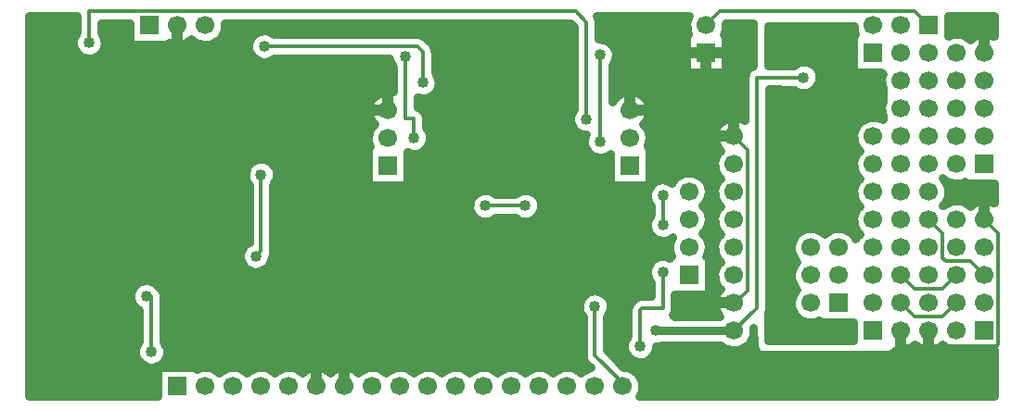
<source format=gbr>
G04 DipTrace 2.4.0.2*
%INBottom.gbr*%
%MOIN*%
%ADD13C,0.013*%
%ADD14C,0.03*%
%ADD17C,0.04*%
%ADD26R,0.0669X0.0669*%
%ADD27C,0.0669*%
%FSLAX44Y44*%
G04*
G70*
G90*
G75*
G01*
%LNBottom*%
%LPD*%
X12941Y12566D2*
D13*
Y9816D1*
X12754Y9628D1*
X32444Y16066D2*
X30756D1*
Y7756D1*
X29940Y6940D1*
D14*
X27131D1*
X8816Y8190D2*
D13*
X9004D1*
Y6190D1*
X24630Y14566D2*
Y18066D1*
X24255Y18442D1*
X6753D1*
Y17316D1*
X27380Y11816D2*
Y10753D1*
X26568Y6378D2*
Y7690D1*
X26630Y7753D1*
X27380D1*
Y9066D1*
X18755Y15879D2*
Y17004D1*
X18567Y17191D1*
X13066D1*
X36940Y10940D2*
X37440Y10440D1*
Y9565D1*
X37565Y9440D1*
X38440D1*
X38940Y8940D1*
X25940Y4940D2*
X26068D1*
X24943Y6065D1*
Y7815D1*
X29940Y7940D2*
X30002D1*
X30440Y8378D1*
Y13440D1*
X29940Y13940D1*
X29444D1*
X28943Y14441D1*
Y14879D1*
Y16937D1*
X28940Y16940D1*
X26192Y14879D2*
X28943D1*
X8629Y16941D2*
X9941D1*
Y17939D1*
X9940Y17940D1*
X11316Y16941D2*
X9941D1*
X7950Y9307D2*
X8920D1*
X9941Y10328D1*
X10804Y11191D1*
X12191D1*
X9941Y16941D2*
Y15940D1*
Y15754D1*
Y10328D1*
X17504Y14878D2*
Y15629D1*
X17379Y15754D1*
X16440D1*
X9941D1*
X10566Y9691D2*
X11566D1*
X11941Y10066D1*
Y10941D1*
X12191Y11191D1*
X14940Y4940D2*
Y5504D1*
X14692Y5753D1*
X12691D1*
Y6690D1*
X38940Y10940D2*
X38945D1*
X39444Y10441D1*
Y6440D1*
X39382Y6378D1*
X37006D1*
X36944Y6440D1*
Y6936D1*
X36940Y6940D1*
X35940D2*
Y6444D1*
X36006Y6378D1*
X37006D1*
X12691Y6690D2*
X9941D1*
Y10328D1*
X15940Y4940D2*
Y5938D1*
X16442Y6440D1*
Y8942D1*
X16940Y9440D1*
X21505Y10253D2*
X20380D1*
X9940Y15940D2*
X9941D1*
X16440D2*
Y15754D1*
X35940Y8940D2*
X36440Y8440D1*
X37440D1*
X37940Y8940D1*
X21005Y11441D2*
X22442D1*
X35940Y7940D2*
X36440Y7440D1*
X37440D1*
X37940Y7940D1*
X18130Y16816D2*
Y14588D1*
X18442D1*
Y13879D1*
X25130Y16879D2*
Y13754D1*
X36940Y17940D2*
X36440Y18440D1*
X29440D1*
X28940Y17940D1*
D17*
X12941Y12566D3*
X12754Y9628D3*
X32444Y16066D3*
X27131Y6940D3*
X8816Y8190D3*
X9004Y6190D3*
X24630Y14566D3*
X6753Y17316D3*
X27380Y11816D3*
Y10753D3*
X26568Y6378D3*
X27380Y9066D3*
Y10753D3*
X18755Y15879D3*
X13066Y17191D3*
X24943Y7815D3*
X8629Y16941D3*
X11316D3*
X7950Y9307D3*
X12191Y11191D3*
X10566Y9691D3*
X12691Y6690D3*
X16940Y9440D3*
X21505Y10253D3*
X20380D3*
X21005Y11441D3*
X22442D3*
X18130Y16816D3*
X18442Y13879D3*
X25130Y16879D3*
Y13754D3*
X9940Y15940D3*
Y15440D3*
Y14940D3*
Y14440D3*
Y13940D3*
Y13440D3*
Y12940D3*
Y12440D3*
Y11940D3*
Y11440D3*
Y10940D3*
Y10440D3*
Y9940D3*
Y9440D3*
Y8940D3*
X16440Y15940D3*
Y15440D3*
Y14940D3*
Y14440D3*
Y13940D3*
Y13440D3*
Y12940D3*
Y12440D3*
Y11940D3*
Y11440D3*
Y10940D3*
Y10440D3*
Y9940D3*
Y9440D3*
Y8940D3*
X32256Y14504D3*
Y14004D3*
Y13504D3*
Y13004D3*
X32819Y14504D3*
Y14004D3*
Y13504D3*
Y13004D3*
X32256Y12503D3*
X32819D3*
X31381Y13754D3*
Y13254D3*
X4620Y17991D2*
D14*
X6297D1*
X7210D2*
X8212D1*
X11664D2*
X24071D1*
X25086D2*
X28217D1*
X29663D2*
X30616D1*
X37668D2*
X39261D1*
X4620Y17693D2*
X6297D1*
X7210D2*
X8212D1*
X11623D2*
X12781D1*
X13349D2*
X24173D1*
X25086D2*
X28258D1*
X29622D2*
X30616D1*
X37668D2*
X39261D1*
X4620Y17394D2*
X6166D1*
X7341D2*
X8212D1*
X11401D2*
X12514D1*
X18996D2*
X24173D1*
X25386D2*
X28213D1*
X29667D2*
X30616D1*
X4620Y17095D2*
X6207D1*
X7300D2*
X12481D1*
X19201D2*
X24173D1*
X25677D2*
X28213D1*
X29667D2*
X30616D1*
X4620Y16797D2*
X6510D1*
X6997D2*
X12637D1*
X19209D2*
X24173D1*
X25718D2*
X28213D1*
X29667D2*
X30616D1*
X4620Y16498D2*
X17636D1*
X19209D2*
X24173D1*
X25587D2*
X28213D1*
X29667D2*
X30616D1*
X4620Y16199D2*
X17673D1*
X19246D2*
X24173D1*
X25587D2*
X30321D1*
X4620Y15900D2*
X17673D1*
X19345D2*
X24173D1*
X25587D2*
X30300D1*
X4620Y15602D2*
X17673D1*
X19275D2*
X24173D1*
X25587D2*
X30300D1*
X4620Y15303D2*
X16923D1*
X18586D2*
X24173D1*
X26776D2*
X30300D1*
X4620Y15004D2*
X16791D1*
X18586D2*
X24173D1*
X26907D2*
X30300D1*
X4620Y14706D2*
X16800D1*
X18881D2*
X24054D1*
X26899D2*
X30300D1*
X4620Y14407D2*
X16964D1*
X18898D2*
X24063D1*
X26735D2*
X29394D1*
X4620Y14108D2*
X16816D1*
X18984D2*
X24276D1*
X26878D2*
X29234D1*
X4620Y13810D2*
X16783D1*
X19029D2*
X24542D1*
X26915D2*
X29226D1*
X4620Y13511D2*
X16779D1*
X18898D2*
X24592D1*
X26919D2*
X29361D1*
X4620Y13212D2*
X16779D1*
X18229D2*
X24948D1*
X25312D2*
X25465D1*
X26919D2*
X29271D1*
X4620Y12914D2*
X12469D1*
X13415D2*
X16779D1*
X18229D2*
X25465D1*
X26919D2*
X29213D1*
X4620Y12615D2*
X12350D1*
X13530D2*
X16779D1*
X18229D2*
X25465D1*
X26919D2*
X28114D1*
X28523D2*
X29295D1*
X4620Y12316D2*
X12407D1*
X13476D2*
X16779D1*
X18229D2*
X25465D1*
X26919D2*
X27093D1*
X28933D2*
X29324D1*
X4620Y12018D2*
X12485D1*
X13398D2*
X26827D1*
X29040D2*
X29220D1*
X37664D2*
X39261D1*
X4620Y11719D2*
X12485D1*
X13398D2*
X20486D1*
X22962D2*
X26798D1*
X29007D2*
X29250D1*
X37631D2*
X39261D1*
X4620Y11420D2*
X12485D1*
X13398D2*
X20413D1*
X23036D2*
X26925D1*
X28855D2*
X29406D1*
X4620Y11121D2*
X12485D1*
X13398D2*
X20511D1*
X22933D2*
X26925D1*
X29019D2*
X29238D1*
X4620Y10823D2*
X12485D1*
X13398D2*
X26794D1*
X29036D2*
X29220D1*
X4620Y10524D2*
X12485D1*
X13398D2*
X26839D1*
X28908D2*
X29353D1*
X4620Y10225D2*
X12485D1*
X13398D2*
X27159D1*
X28982D2*
X29275D1*
X4620Y9927D2*
X12247D1*
X13398D2*
X27594D1*
X29044D2*
X29213D1*
X4620Y9628D2*
X12161D1*
X13353D2*
X27594D1*
X29044D2*
X29287D1*
X4620Y9329D2*
X12247D1*
X13259D2*
X26855D1*
X29044D2*
X29332D1*
X4620Y9031D2*
X26790D1*
X29044D2*
X29220D1*
X4620Y8732D2*
X8634D1*
X8994D2*
X26896D1*
X29044D2*
X29246D1*
X4620Y8433D2*
X8278D1*
X9383D2*
X26925D1*
X29044D2*
X29419D1*
X4620Y8135D2*
X8228D1*
X9461D2*
X24452D1*
X25435D2*
X26408D1*
X27838D2*
X29242D1*
X4620Y7836D2*
X8351D1*
X9461D2*
X24350D1*
X25533D2*
X26138D1*
X27838D2*
X29222D1*
X4620Y7537D2*
X8548D1*
X9461D2*
X24423D1*
X25459D2*
X26113D1*
X27781D2*
X29341D1*
X4620Y7239D2*
X8548D1*
X9461D2*
X24485D1*
X25398D2*
X26113D1*
X4620Y6940D2*
X8548D1*
X9461D2*
X24485D1*
X25398D2*
X26113D1*
X4620Y6641D2*
X8548D1*
X9461D2*
X24485D1*
X25398D2*
X26043D1*
X4620Y6342D2*
X8433D1*
X9576D2*
X24485D1*
X25398D2*
X25978D1*
X27157D2*
X29554D1*
X30327D2*
X30628D1*
X36327D2*
X36550D1*
X37328D2*
X37551D1*
X4620Y6044D2*
X8429D1*
X9576D2*
X24485D1*
X25599D2*
X26084D1*
X27051D2*
X39261D1*
X4620Y5745D2*
X8630D1*
X9375D2*
X24628D1*
X25898D2*
X39261D1*
X4620Y5446D2*
X9213D1*
X26448D2*
X39261D1*
X4620Y5148D2*
X9213D1*
X26636D2*
X39261D1*
X4620Y4849D2*
X9213D1*
X26661D2*
X39261D1*
X37637Y18288D2*
Y17566D1*
X37808Y17624D1*
X37938Y17637D1*
X38068Y17625D1*
X38194Y17589D1*
X38311Y17529D1*
X38440Y17422D1*
X38501Y17481D1*
X38610Y17554D1*
X38731Y17605D1*
X38859Y17632D1*
X38990Y17635D1*
X39120Y17613D1*
X39243Y17568D1*
X39290Y17543D1*
Y18289D1*
X37640Y18290D1*
X37624Y11810D2*
X37588Y11684D1*
X37528Y11567D1*
X37420Y11439D1*
X37462Y11447D1*
X37565Y11527D1*
X37682Y11587D1*
X37808Y11624D1*
X37938Y11637D1*
X38068Y11625D1*
X38194Y11589D1*
X38311Y11529D1*
X38440Y11422D1*
X38501Y11481D1*
X38610Y11554D1*
X38731Y11605D1*
X38859Y11632D1*
X38990Y11635D1*
X39120Y11613D1*
X39243Y11568D1*
X39290Y11543D1*
Y12244D1*
X38243Y12243D1*
Y12313D1*
X38114Y12265D1*
X37984Y12245D1*
X37853Y12249D1*
X37725Y12277D1*
X37605Y12329D1*
X37497Y12403D1*
X37442Y12458D1*
X37569Y12239D1*
X37614Y12116D1*
X37637Y11940D1*
X37624Y11810D1*
X37439Y6455D2*
X37328Y6362D1*
X37213Y6299D1*
X37088Y6259D1*
X36958Y6244D1*
X36827Y6253D1*
X36701Y6286D1*
X36582Y6342D1*
X36477Y6420D1*
X36439Y6455D1*
X36350Y6377D1*
X36237Y6310D1*
X36114Y6265D1*
X35984Y6245D1*
X35853Y6249D1*
X35761Y6267D1*
X35742Y6235D1*
X35649Y6142D1*
X35530Y6089D1*
X35313Y6078D1*
X31006D1*
X30877Y6102D1*
X30766Y6169D1*
X30685Y6272D1*
X30647Y6401D1*
X30644Y7043D1*
X30624Y6810D1*
X30588Y6684D1*
X30528Y6567D1*
X30448Y6463D1*
X30350Y6377D1*
X30237Y6310D1*
X30114Y6265D1*
X29984Y6245D1*
X29853Y6249D1*
X29725Y6277D1*
X29605Y6329D1*
X29471Y6429D1*
X27351Y6423D1*
X27226Y6386D1*
X27130Y6378D1*
X27115Y6248D1*
X27070Y6125D1*
X26998Y6015D1*
X26902Y5926D1*
X26788Y5861D1*
X26663Y5824D1*
X26532Y5817D1*
X26403Y5840D1*
X26283Y5893D1*
X26179Y5972D1*
X26096Y6073D1*
X26038Y6191D1*
X26009Y6318D1*
X26010Y6449D1*
X26042Y6576D1*
X26102Y6693D1*
X26142Y6739D1*
X26141Y7690D1*
X26161Y7820D1*
X26236Y7959D1*
X26373Y8093D1*
X26475Y8151D1*
X26601Y8179D1*
X26954Y8180D1*
Y8700D1*
X26908Y8761D1*
X26851Y8878D1*
X26822Y9006D1*
X26823Y9137D1*
X26855Y9264D1*
X26915Y9380D1*
X27000Y9480D1*
X27107Y9556D1*
X27228Y9606D1*
X27357Y9627D1*
X27487Y9617D1*
X27623Y9571D1*
X27621Y9637D1*
X27691D1*
X27656Y9724D1*
X27627Y9852D1*
X27623Y9983D1*
X27643Y10112D1*
X27687Y10236D1*
X27735Y10317D1*
X27601Y10236D1*
X27475Y10199D1*
X27345Y10192D1*
X27216Y10216D1*
X27096Y10269D1*
X26992Y10348D1*
X26908Y10449D1*
X26851Y10566D1*
X26822Y10694D1*
X26823Y10825D1*
X26855Y10952D1*
X26915Y11068D1*
X26955Y11115D1*
X26954Y11454D1*
X26908Y11511D1*
X26851Y11629D1*
X26822Y11756D1*
X26823Y11887D1*
X26855Y12014D1*
X26915Y12131D1*
X27000Y12230D1*
X27107Y12307D1*
X27228Y12357D1*
X27357Y12377D1*
X27487Y12368D1*
X27612Y12328D1*
X27707Y12271D1*
X27754Y12349D1*
X27840Y12447D1*
X27943Y12528D1*
X28060Y12588D1*
X28186Y12624D1*
X28316Y12637D1*
X28447Y12625D1*
X28573Y12589D1*
X28689Y12530D1*
X28793Y12450D1*
X28880Y12352D1*
X28947Y12239D1*
X28992Y12116D1*
X29015Y11941D1*
X29002Y11810D1*
X28966Y11684D1*
X28906Y11567D1*
X28799Y11439D1*
X28880Y11352D1*
X28947Y11239D1*
X28992Y11116D1*
X29015Y10941D1*
X29002Y10810D1*
X28966Y10684D1*
X28906Y10567D1*
X28799Y10439D1*
X28880Y10352D1*
X28947Y10239D1*
X28992Y10116D1*
X29015Y9941D1*
X29002Y9810D1*
X28966Y9684D1*
X28942Y9637D1*
X29015D1*
Y8244D1*
X27805D1*
X27807Y7753D1*
X27787Y7624D1*
X27735Y7516D1*
X27787Y7452D1*
X29439Y7456D1*
X29357Y7558D1*
X29296Y7674D1*
X29258Y7800D1*
X29243Y7930D1*
X29254Y8061D1*
X29289Y8187D1*
X29346Y8305D1*
X29425Y8409D1*
X29455Y8440D1*
X29404Y8495D1*
X29330Y8603D1*
X29278Y8724D1*
X29249Y8851D1*
X29245Y8982D1*
X29265Y9112D1*
X29309Y9235D1*
X29375Y9348D1*
X29454Y9437D1*
X29330Y9603D1*
X29278Y9724D1*
X29249Y9851D1*
X29245Y9982D1*
X29265Y10112D1*
X29309Y10235D1*
X29375Y10348D1*
X29454Y10437D1*
X29330Y10603D1*
X29278Y10724D1*
X29249Y10851D1*
X29245Y10982D1*
X29265Y11112D1*
X29309Y11235D1*
X29375Y11348D1*
X29454Y11437D1*
X29330Y11603D1*
X29278Y11724D1*
X29249Y11851D1*
X29245Y11982D1*
X29265Y12112D1*
X29309Y12235D1*
X29375Y12348D1*
X29454Y12437D1*
X29330Y12603D1*
X29278Y12724D1*
X29249Y12851D1*
X29245Y12982D1*
X29265Y13112D1*
X29309Y13235D1*
X29375Y13348D1*
X29454Y13437D1*
X29357Y13558D1*
X29296Y13674D1*
X29258Y13800D1*
X29243Y13930D1*
X29254Y14061D1*
X29289Y14187D1*
X29346Y14305D1*
X29425Y14409D1*
X29522Y14497D1*
X29634Y14566D1*
X29756Y14612D1*
X29886Y14635D1*
X30017Y14632D1*
X30145Y14606D1*
X30266Y14556D1*
X30329Y14518D1*
Y16066D1*
X30349Y16195D1*
X30407Y16313D1*
X30498Y16407D1*
X30603Y16464D1*
X30644Y16545D1*
Y18016D1*
X29636Y18013D1*
X29624Y17810D1*
X29588Y17684D1*
X29564Y17636D1*
X29637Y17637D1*
Y16243D1*
X28243D1*
Y17637D1*
X28313D1*
X28278Y17724D1*
X28249Y17851D1*
X28245Y17982D1*
X28265Y18112D1*
X28309Y18235D1*
X28340Y18288D1*
X24992Y18290D1*
X25051Y18139D1*
X25057Y17935D1*
Y17439D1*
X25237Y17431D1*
X25362Y17391D1*
X25474Y17323D1*
X25568Y17232D1*
X25637Y17121D1*
X25680Y16997D1*
X25692Y16879D1*
X25677Y16749D1*
X25632Y16626D1*
X25557Y16514D1*
X25561Y15174D1*
X25628Y15287D1*
X25714Y15385D1*
X25817Y15466D1*
X25934Y15526D1*
X26060Y15562D1*
X26190Y15575D1*
X26321Y15563D1*
X26447Y15527D1*
X26564Y15468D1*
X26667Y15388D1*
X26754Y15290D1*
X26822Y15177D1*
X26866Y15054D1*
X26887Y14925D1*
X26884Y14800D1*
X26857Y14672D1*
X26807Y14551D1*
X26735Y14441D1*
X26677Y14378D1*
X26754Y14290D1*
X26822Y14177D1*
X26866Y14054D1*
X26889Y13879D1*
X26877Y13748D1*
X26840Y13622D1*
X26816Y13575D1*
X26889D1*
Y12182D1*
X25496D1*
Y13326D1*
X25351Y13237D1*
X25225Y13200D1*
X25094Y13193D1*
X24966Y13216D1*
X24846Y13269D1*
X24741Y13348D1*
X24658Y13449D1*
X24600Y13566D1*
X24571Y13694D1*
X24573Y13825D1*
X24604Y13952D1*
X24633Y14007D1*
X24466Y14029D1*
X24346Y14081D1*
X24241Y14160D1*
X24158Y14261D1*
X24100Y14379D1*
X24071Y14507D1*
X24073Y14638D1*
X24104Y14765D1*
X24165Y14881D1*
X24205Y14927D1*
X24203Y17892D1*
X24076Y18017D1*
X21499Y18015D1*
X11636D1*
X11624Y17810D1*
X11588Y17684D1*
X11528Y17567D1*
X11448Y17463D1*
X11350Y17377D1*
X11237Y17310D1*
X11114Y17265D1*
X10984Y17245D1*
X10853Y17249D1*
X10725Y17277D1*
X10605Y17329D1*
X10497Y17403D1*
X10442Y17458D1*
X10350Y17377D1*
X10237Y17310D1*
X10114Y17265D1*
X9984Y17245D1*
X9853Y17249D1*
X9725Y17277D1*
X9637Y17313D1*
Y17243D1*
X8243D1*
Y18018D1*
X7326Y18015D1*
X7182D1*
X7180Y17683D1*
X7260Y17559D1*
X7303Y17435D1*
X7315Y17316D1*
X7300Y17186D1*
X7255Y17063D1*
X7183Y16954D1*
X7087Y16865D1*
X6974Y16799D1*
X6848Y16762D1*
X6717Y16756D1*
X6589Y16779D1*
X6469Y16832D1*
X6364Y16911D1*
X6281Y17012D1*
X6223Y17129D1*
X6194Y17257D1*
X6196Y17388D1*
X6228Y17515D1*
X6288Y17631D1*
X6328Y17678D1*
X6326Y18288D1*
X4593Y18290D1*
X4590Y17128D1*
Y4591D1*
X9242Y4590D1*
X9243Y5637D1*
X10637D1*
Y5567D1*
X10808Y5624D1*
X10938Y5637D1*
X11068Y5625D1*
X11194Y5589D1*
X11311Y5529D1*
X11440Y5422D1*
X11565Y5527D1*
X11682Y5587D1*
X11808Y5624D1*
X11938Y5637D1*
X12068Y5625D1*
X12194Y5589D1*
X12311Y5529D1*
X12440Y5422D1*
X12565Y5527D1*
X12682Y5587D1*
X12808Y5624D1*
X12938Y5637D1*
X13068Y5625D1*
X13194Y5589D1*
X13311Y5529D1*
X13440Y5422D1*
X13565Y5527D1*
X13682Y5587D1*
X13808Y5624D1*
X13938Y5637D1*
X14068Y5625D1*
X14194Y5589D1*
X14311Y5529D1*
X14440Y5422D1*
X14501Y5481D1*
X14610Y5554D1*
X14731Y5605D1*
X14859Y5632D1*
X14990Y5635D1*
X15120Y5613D1*
X15243Y5568D1*
X15355Y5500D1*
X15440Y5425D1*
X15543Y5513D1*
X15658Y5577D1*
X15782Y5618D1*
X15912Y5636D1*
X16043Y5629D1*
X16170Y5598D1*
X16289Y5543D1*
X16396Y5467D1*
X16440Y5425D1*
X16565Y5527D1*
X16682Y5587D1*
X16808Y5624D1*
X16938Y5637D1*
X17068Y5625D1*
X17194Y5589D1*
X17311Y5529D1*
X17440Y5422D1*
X17565Y5527D1*
X17682Y5587D1*
X17808Y5624D1*
X17938Y5637D1*
X18068Y5625D1*
X18194Y5589D1*
X18311Y5529D1*
X18440Y5422D1*
X18565Y5527D1*
X18682Y5587D1*
X18808Y5624D1*
X18938Y5637D1*
X19068Y5625D1*
X19194Y5589D1*
X19311Y5529D1*
X19440Y5422D1*
X19565Y5527D1*
X19682Y5587D1*
X19808Y5624D1*
X19938Y5637D1*
X20068Y5625D1*
X20194Y5589D1*
X20311Y5529D1*
X20440Y5422D1*
X20565Y5527D1*
X20682Y5587D1*
X20808Y5624D1*
X20938Y5637D1*
X21068Y5625D1*
X21194Y5589D1*
X21311Y5529D1*
X21440Y5422D1*
X21565Y5527D1*
X21682Y5587D1*
X21808Y5624D1*
X21938Y5637D1*
X22068Y5625D1*
X22194Y5589D1*
X22311Y5529D1*
X22440Y5422D1*
X22565Y5527D1*
X22682Y5587D1*
X22808Y5624D1*
X22938Y5637D1*
X23068Y5625D1*
X23194Y5589D1*
X23311Y5529D1*
X23440Y5422D1*
X23565Y5527D1*
X23682Y5587D1*
X23808Y5624D1*
X23938Y5637D1*
X24068Y5625D1*
X24194Y5589D1*
X24311Y5529D1*
X24440Y5422D1*
X24565Y5527D1*
X24682Y5587D1*
X24788Y5618D1*
X24641Y5763D1*
X24564Y5869D1*
X24522Y5997D1*
X24516Y6196D1*
Y7447D1*
X24470Y7511D1*
X24413Y7628D1*
X24384Y7756D1*
X24385Y7887D1*
X24417Y8014D1*
X24477Y8130D1*
X24563Y8229D1*
X24669Y8306D1*
X24790Y8356D1*
X24919Y8377D1*
X25050Y8367D1*
X25174Y8327D1*
X25287Y8260D1*
X25380Y8168D1*
X25450Y8058D1*
X25492Y7934D1*
X25505Y7815D1*
X25489Y7685D1*
X25445Y7562D1*
X25369Y7450D1*
X25370Y6245D1*
X25978Y5633D1*
X26068Y5625D1*
X26194Y5589D1*
X26311Y5529D1*
X26415Y5449D1*
X26502Y5351D1*
X26569Y5239D1*
X26614Y5116D1*
X26637Y4940D1*
X26624Y4810D1*
X26588Y4684D1*
X26541Y4592D1*
X28456Y4590D1*
X39287D1*
X39290Y5752D1*
Y6240D1*
X38324Y6243D1*
X38243D1*
Y6313D1*
X38114Y6265D1*
X37984Y6245D1*
X37853Y6249D1*
X37725Y6277D1*
X37605Y6329D1*
X37497Y6403D1*
X37442Y6458D1*
X18201Y13374D2*
Y12182D1*
X16808D1*
Y13575D1*
X16878D1*
X16842Y13662D1*
X16813Y13790D1*
X16809Y13921D1*
X16829Y14050D1*
X16873Y14174D1*
X16940Y14287D1*
X17018Y14376D1*
X16922Y14497D1*
X16860Y14613D1*
X16822Y14738D1*
X16808Y14868D1*
X16818Y14999D1*
X16853Y15125D1*
X16911Y15243D1*
X16990Y15348D1*
X17087Y15436D1*
X17198Y15504D1*
X17321Y15550D1*
X17450Y15573D1*
X17581Y15571D1*
X17702Y15546D1*
X17703Y16454D1*
X17657Y16512D1*
X17600Y16629D1*
X17571Y16761D1*
X16861Y16764D1*
X13428D1*
X13287Y16674D1*
X13161Y16637D1*
X13031Y16631D1*
X12902Y16654D1*
X12782Y16707D1*
X12678Y16786D1*
X12594Y16887D1*
X12537Y17004D1*
X12508Y17132D1*
X12509Y17263D1*
X12541Y17390D1*
X12601Y17506D1*
X12686Y17605D1*
X12793Y17682D1*
X12914Y17732D1*
X13043Y17753D1*
X13173Y17743D1*
X13298Y17703D1*
X13431Y17616D1*
X14773Y17618D1*
X18567D1*
X18696Y17598D1*
X18816Y17537D1*
X18962Y17401D1*
X19056Y17306D1*
X19134Y17200D1*
X19175Y17072D1*
X19182Y16873D1*
Y16245D1*
X19262Y16121D1*
X19304Y15997D1*
X19317Y15879D1*
X19301Y15749D1*
X19256Y15626D1*
X19184Y15516D1*
X19089Y15427D1*
X18975Y15362D1*
X18850Y15325D1*
X18719Y15318D1*
X18590Y15341D1*
X18556Y15356D1*
X18557Y14999D1*
X18676Y14945D1*
X18773Y14858D1*
X18839Y14745D1*
X18869Y14588D1*
Y14248D1*
X18949Y14121D1*
X18991Y13997D1*
X19004Y13879D1*
X18989Y13748D1*
X18944Y13626D1*
X18872Y13516D1*
X18776Y13427D1*
X18663Y13362D1*
X18537Y13325D1*
X18406Y13318D1*
X18277Y13341D1*
X18199Y13376D1*
X13368Y12201D2*
Y9816D1*
X13347Y9683D1*
X13301Y9498D1*
X13256Y9375D1*
X13184Y9266D1*
X13088Y9176D1*
X12974Y9111D1*
X12849Y9074D1*
X12718Y9067D1*
X12589Y9091D1*
X12469Y9143D1*
X12365Y9222D1*
X12282Y9323D1*
X12224Y9441D1*
X12195Y9569D1*
X12197Y9700D1*
X12228Y9827D1*
X12288Y9943D1*
X12374Y10042D1*
X12480Y10119D1*
X12514Y10133D1*
X12515Y12198D1*
X12469Y12261D1*
X12412Y12379D1*
X12383Y12506D1*
X12384Y12637D1*
X12416Y12764D1*
X12476Y12881D1*
X12561Y12980D1*
X12668Y13057D1*
X12788Y13107D1*
X12918Y13127D1*
X13048Y13118D1*
X13173Y13078D1*
X13285Y13010D1*
X13379Y12919D1*
X13449Y12808D1*
X13491Y12684D1*
X13503Y12566D1*
X13488Y12436D1*
X13443Y12313D1*
X13368Y12201D1*
X9431Y8059D2*
Y6554D1*
X9511Y6432D1*
X9553Y6308D1*
X9566Y6190D1*
X9550Y6060D1*
X9505Y5937D1*
X9433Y5828D1*
X9338Y5738D1*
X9224Y5673D1*
X9098Y5636D1*
X8968Y5629D1*
X8839Y5653D1*
X8719Y5706D1*
X8615Y5785D1*
X8531Y5886D1*
X8474Y6003D1*
X8445Y6131D1*
X8446Y6262D1*
X8478Y6389D1*
X8538Y6505D1*
X8578Y6552D1*
X8577Y7679D1*
X8427Y7785D1*
X8344Y7886D1*
X8286Y8003D1*
X8257Y8131D1*
X8259Y8262D1*
X8290Y8389D1*
X8350Y8505D1*
X8436Y8604D1*
X8542Y8681D1*
X8663Y8731D1*
X8792Y8752D1*
X8923Y8742D1*
X9048Y8702D1*
X9160Y8635D1*
X9332Y8463D1*
X9397Y8357D1*
X9430Y8219D1*
X9431Y8059D1*
X27736Y10321D2*
X27601Y10236D1*
X27475Y10199D1*
X27345Y10192D1*
X27216Y10216D1*
X27096Y10269D1*
X26992Y10348D1*
X26908Y10449D1*
X26851Y10566D1*
X26822Y10694D1*
X26823Y10825D1*
X26855Y10952D1*
X26915Y11068D1*
X26955Y11115D1*
X21370Y11868D2*
X22075D1*
X22169Y11931D1*
X22289Y11982D1*
X22419Y12002D1*
X22549Y11993D1*
X22674Y11953D1*
X22786Y11885D1*
X22880Y11794D1*
X22950Y11683D1*
X22992Y11559D1*
X23004Y11441D1*
X22989Y11311D1*
X22944Y11188D1*
X22872Y11079D1*
X22777Y10989D1*
X22663Y10924D1*
X22537Y10887D1*
X22407Y10880D1*
X22278Y10903D1*
X22158Y10956D1*
X22083Y11013D1*
X21372Y11014D1*
X21225Y10924D1*
X21100Y10887D1*
X20969Y10880D1*
X20840Y10903D1*
X20720Y10956D1*
X20616Y11035D1*
X20532Y11136D1*
X20475Y11254D1*
X20446Y11381D1*
X20447Y11512D1*
X20479Y11639D1*
X20539Y11756D1*
X20625Y11855D1*
X20731Y11931D1*
X20852Y11982D1*
X20981Y12002D1*
X21112Y11993D1*
X21236Y11953D1*
X21369Y11865D1*
X36940Y6940D2*
D17*
Y6244D1*
X35940Y6940D2*
Y6244D1*
X38940Y11636D2*
Y10940D1*
Y17636D2*
Y16940D1*
X9940Y17940D2*
Y17244D1*
X17504Y15575D2*
Y14878D1*
X16808D2*
X17504D1*
X26192Y15575D2*
Y14879D1*
X26888D1*
X28940Y16940D2*
Y16244D1*
X28244Y16940D2*
X29636D1*
X14940Y5636D2*
Y4940D1*
X15940Y5636D2*
Y4940D1*
X29244Y7940D2*
X29940D1*
Y14636D2*
Y13940D1*
X29244D2*
X29940D1*
X31186Y17618D2*
D14*
X34212D1*
X31186Y17319D2*
X34212D1*
X31186Y17020D2*
X34212D1*
X31186Y16722D2*
X34212D1*
X32906Y16423D2*
X34212D1*
X33033Y16124D2*
X35237D1*
X32980Y15826D2*
X35225D1*
X31213Y15527D2*
X32256D1*
X32631D2*
X35266D1*
X31213Y15228D2*
X35266D1*
X31213Y14930D2*
X35213D1*
X31213Y14631D2*
X34823D1*
X35059D2*
X35266D1*
X31213Y14332D2*
X34335D1*
X31213Y14034D2*
X34220D1*
X31213Y13735D2*
X34245D1*
X31213Y13436D2*
X34421D1*
X31213Y13137D2*
X34241D1*
X31213Y12839D2*
X34220D1*
X31213Y12540D2*
X34339D1*
X31213Y12241D2*
X34282D1*
X31213Y11943D2*
X34212D1*
X31213Y11644D2*
X34278D1*
X31213Y11345D2*
X34343D1*
X31213Y11047D2*
X34220D1*
X31213Y10748D2*
X34241D1*
X31213Y10449D2*
X32186D1*
X34194D2*
X34417D1*
X31213Y10151D2*
X31997D1*
X31213Y9852D2*
X31969D1*
X31213Y9553D2*
X32079D1*
X31213Y9255D2*
X32038D1*
X31213Y8956D2*
X31965D1*
X31213Y8657D2*
X32022D1*
X31213Y8358D2*
X32104D1*
X31213Y8060D2*
X31973D1*
X31213Y7761D2*
X31985D1*
X31186Y7462D2*
X32153D1*
X31186Y7164D2*
X34212D1*
X31186Y6865D2*
X34212D1*
X35293Y15690D2*
X35249Y15851D1*
X35245Y15982D1*
X35265Y16112D1*
X35294Y16193D1*
X35243Y16243D1*
X34243D1*
Y17637D1*
X34313D1*
X34278Y17724D1*
X34249Y17851D1*
X34247Y17913D1*
X33344Y17916D1*
X31158D1*
X31156Y16496D1*
X32080Y16493D1*
X32170Y16557D1*
X32291Y16607D1*
X32420Y16628D1*
X32550Y16618D1*
X32675Y16578D1*
X32787Y16511D1*
X32881Y16419D1*
X32951Y16308D1*
X32993Y16184D1*
X33006Y16066D1*
X32990Y15936D1*
X32945Y15813D1*
X32873Y15704D1*
X32778Y15614D1*
X32664Y15549D1*
X32538Y15512D1*
X32408Y15505D1*
X32279Y15529D1*
X32159Y15582D1*
X32084Y15638D1*
X31184Y15639D1*
X31183Y7756D1*
X31156Y7568D1*
Y6588D1*
X33237Y6590D1*
X34242D1*
X34243Y7240D1*
X33074Y7243D1*
X32993D1*
Y7313D1*
X32864Y7265D1*
X32734Y7245D1*
X32603Y7249D1*
X32475Y7277D1*
X32355Y7329D1*
X32247Y7403D1*
X32154Y7495D1*
X32080Y7603D1*
X32028Y7724D1*
X31999Y7851D1*
X31995Y7982D1*
X32015Y8112D1*
X32059Y8235D1*
X32125Y8348D1*
X32204Y8437D1*
X32080Y8603D1*
X32028Y8724D1*
X31999Y8851D1*
X31995Y8982D1*
X32015Y9112D1*
X32059Y9235D1*
X32125Y9348D1*
X32204Y9437D1*
X32080Y9603D1*
X32028Y9724D1*
X31999Y9851D1*
X31995Y9982D1*
X32015Y10112D1*
X32059Y10235D1*
X32125Y10348D1*
X32212Y10447D1*
X32315Y10527D1*
X32432Y10587D1*
X32558Y10624D1*
X32688Y10637D1*
X32818Y10625D1*
X32944Y10589D1*
X33061Y10529D1*
X33190Y10422D1*
X33315Y10527D1*
X33432Y10587D1*
X33558Y10624D1*
X33688Y10637D1*
X33818Y10625D1*
X33944Y10589D1*
X34061Y10529D1*
X34165Y10449D1*
X34252Y10351D1*
X34313Y10249D1*
X34375Y10348D1*
X34454Y10437D1*
X34330Y10603D1*
X34278Y10724D1*
X34249Y10851D1*
X34245Y10982D1*
X34265Y11112D1*
X34309Y11235D1*
X34375Y11348D1*
X34454Y11437D1*
X34330Y11603D1*
X34278Y11724D1*
X34249Y11851D1*
X34245Y11982D1*
X34265Y12112D1*
X34309Y12235D1*
X34375Y12348D1*
X34454Y12437D1*
X34330Y12603D1*
X34278Y12724D1*
X34249Y12851D1*
X34245Y12982D1*
X34265Y13112D1*
X34309Y13235D1*
X34375Y13348D1*
X34454Y13437D1*
X34330Y13603D1*
X34278Y13724D1*
X34249Y13851D1*
X34245Y13982D1*
X34265Y14112D1*
X34309Y14235D1*
X34375Y14348D1*
X34462Y14447D1*
X34565Y14527D1*
X34682Y14587D1*
X34808Y14624D1*
X34938Y14637D1*
X35068Y14625D1*
X35194Y14589D1*
X35293Y14539D1*
X35294Y14679D1*
X35249Y14851D1*
X35245Y14982D1*
X35265Y15112D1*
X35294Y15193D1*
Y15680D1*
D26*
X36940Y17940D3*
D27*
X35940D3*
X36940Y16940D3*
X35940D3*
X36940Y15940D3*
X35940D3*
X36940Y14940D3*
X35940D3*
X36940Y13940D3*
X35940D3*
X36940Y12940D3*
X35940D3*
X36940Y11940D3*
X35940D3*
X36940Y10940D3*
X35940D3*
X36940Y9940D3*
X35940D3*
X36940Y8940D3*
X35940D3*
X36940Y7940D3*
X35940D3*
X36940Y6940D3*
X35940D3*
D26*
X33690Y7940D3*
D27*
X32690D3*
X33690Y8940D3*
X32690D3*
X33690Y9940D3*
X32690D3*
D26*
X38940Y6940D3*
D27*
X37940D3*
X38940Y7940D3*
X37940D3*
X38940Y8940D3*
X37940D3*
X38940Y9940D3*
X37940D3*
X38940Y10940D3*
X37940D3*
D26*
X38940Y12940D3*
D27*
X37940D3*
X38940Y13940D3*
X37940D3*
X38940Y14940D3*
X37940D3*
X38940Y15940D3*
X37940D3*
X38940Y16940D3*
X37940D3*
D26*
X8940Y17940D3*
D27*
X9940D3*
X10940D3*
D26*
X17504Y12878D3*
D27*
Y13878D3*
Y14878D3*
D26*
X26192Y12879D3*
D27*
Y13879D3*
Y14879D3*
D26*
X34940Y16940D3*
D27*
Y17940D3*
D26*
X28940Y16940D3*
D27*
Y17940D3*
D26*
X28318Y8941D3*
D27*
Y9941D3*
Y10941D3*
Y11941D3*
D26*
X9940Y4940D3*
D27*
X10940D3*
X11940D3*
X12940D3*
X13940D3*
X14940D3*
X15940D3*
X16940D3*
X17940D3*
X18940D3*
X19940D3*
X20940D3*
X21940D3*
X22940D3*
X23940D3*
X24940D3*
X25940D3*
D26*
X34940Y6940D3*
D27*
Y7940D3*
Y8940D3*
Y9940D3*
Y10940D3*
Y11940D3*
Y12940D3*
Y13940D3*
X29940Y6940D3*
Y7940D3*
Y8940D3*
Y9940D3*
Y10940D3*
Y11940D3*
Y12940D3*
Y13940D3*
M02*

</source>
